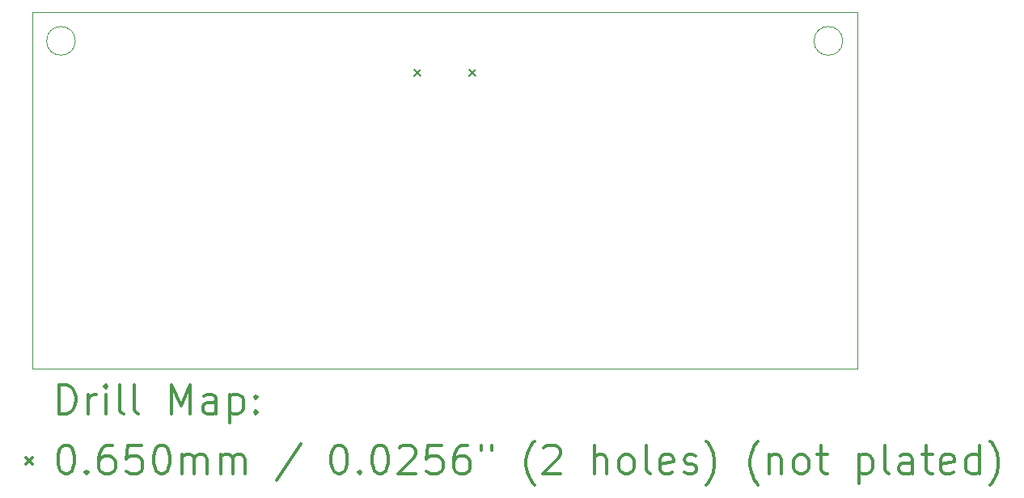
<source format=gbr>
%FSLAX45Y45*%
G04 Gerber Fmt 4.5, Leading zero omitted, Abs format (unit mm)*
G04 Created by KiCad (PCBNEW (5.1.12)-1) date 2024-01-22 15:17:32*
%MOMM*%
%LPD*%
G01*
G04 APERTURE LIST*
%TA.AperFunction,Profile*%
%ADD10C,0.050000*%
%TD*%
%ADD11C,0.200000*%
%ADD12C,0.300000*%
G04 APERTURE END LIST*
D10*
X11817000Y-8700000D02*
G75*
G03*
X11817000Y-8700000I-150000J0D01*
G01*
X19850000Y-8700000D02*
G75*
G03*
X19850000Y-8700000I-150000J0D01*
G01*
X20000000Y-12135600D02*
X20000000Y-8400000D01*
X11367000Y-8400000D02*
X20000000Y-8400000D01*
X11367000Y-12135600D02*
X11367000Y-8400000D01*
X20000000Y-12135600D02*
X11367000Y-12135600D01*
D11*
X15363300Y-8998500D02*
X15428300Y-9063500D01*
X15428300Y-8998500D02*
X15363300Y-9063500D01*
X15941300Y-8998500D02*
X16006300Y-9063500D01*
X16006300Y-8998500D02*
X15941300Y-9063500D01*
D12*
X11650928Y-12603814D02*
X11650928Y-12303814D01*
X11722357Y-12303814D01*
X11765214Y-12318100D01*
X11793786Y-12346671D01*
X11808071Y-12375243D01*
X11822357Y-12432386D01*
X11822357Y-12475243D01*
X11808071Y-12532386D01*
X11793786Y-12560957D01*
X11765214Y-12589529D01*
X11722357Y-12603814D01*
X11650928Y-12603814D01*
X11950928Y-12603814D02*
X11950928Y-12403814D01*
X11950928Y-12460957D02*
X11965214Y-12432386D01*
X11979500Y-12418100D01*
X12008071Y-12403814D01*
X12036643Y-12403814D01*
X12136643Y-12603814D02*
X12136643Y-12403814D01*
X12136643Y-12303814D02*
X12122357Y-12318100D01*
X12136643Y-12332386D01*
X12150928Y-12318100D01*
X12136643Y-12303814D01*
X12136643Y-12332386D01*
X12322357Y-12603814D02*
X12293786Y-12589529D01*
X12279500Y-12560957D01*
X12279500Y-12303814D01*
X12479500Y-12603814D02*
X12450928Y-12589529D01*
X12436643Y-12560957D01*
X12436643Y-12303814D01*
X12822357Y-12603814D02*
X12822357Y-12303814D01*
X12922357Y-12518100D01*
X13022357Y-12303814D01*
X13022357Y-12603814D01*
X13293786Y-12603814D02*
X13293786Y-12446671D01*
X13279500Y-12418100D01*
X13250928Y-12403814D01*
X13193786Y-12403814D01*
X13165214Y-12418100D01*
X13293786Y-12589529D02*
X13265214Y-12603814D01*
X13193786Y-12603814D01*
X13165214Y-12589529D01*
X13150928Y-12560957D01*
X13150928Y-12532386D01*
X13165214Y-12503814D01*
X13193786Y-12489529D01*
X13265214Y-12489529D01*
X13293786Y-12475243D01*
X13436643Y-12403814D02*
X13436643Y-12703814D01*
X13436643Y-12418100D02*
X13465214Y-12403814D01*
X13522357Y-12403814D01*
X13550928Y-12418100D01*
X13565214Y-12432386D01*
X13579500Y-12460957D01*
X13579500Y-12546671D01*
X13565214Y-12575243D01*
X13550928Y-12589529D01*
X13522357Y-12603814D01*
X13465214Y-12603814D01*
X13436643Y-12589529D01*
X13708071Y-12575243D02*
X13722357Y-12589529D01*
X13708071Y-12603814D01*
X13693786Y-12589529D01*
X13708071Y-12575243D01*
X13708071Y-12603814D01*
X13708071Y-12418100D02*
X13722357Y-12432386D01*
X13708071Y-12446671D01*
X13693786Y-12432386D01*
X13708071Y-12418100D01*
X13708071Y-12446671D01*
X11299500Y-13065600D02*
X11364500Y-13130600D01*
X11364500Y-13065600D02*
X11299500Y-13130600D01*
X11708071Y-12933814D02*
X11736643Y-12933814D01*
X11765214Y-12948100D01*
X11779500Y-12962386D01*
X11793786Y-12990957D01*
X11808071Y-13048100D01*
X11808071Y-13119529D01*
X11793786Y-13176671D01*
X11779500Y-13205243D01*
X11765214Y-13219529D01*
X11736643Y-13233814D01*
X11708071Y-13233814D01*
X11679500Y-13219529D01*
X11665214Y-13205243D01*
X11650928Y-13176671D01*
X11636643Y-13119529D01*
X11636643Y-13048100D01*
X11650928Y-12990957D01*
X11665214Y-12962386D01*
X11679500Y-12948100D01*
X11708071Y-12933814D01*
X11936643Y-13205243D02*
X11950928Y-13219529D01*
X11936643Y-13233814D01*
X11922357Y-13219529D01*
X11936643Y-13205243D01*
X11936643Y-13233814D01*
X12208071Y-12933814D02*
X12150928Y-12933814D01*
X12122357Y-12948100D01*
X12108071Y-12962386D01*
X12079500Y-13005243D01*
X12065214Y-13062386D01*
X12065214Y-13176671D01*
X12079500Y-13205243D01*
X12093786Y-13219529D01*
X12122357Y-13233814D01*
X12179500Y-13233814D01*
X12208071Y-13219529D01*
X12222357Y-13205243D01*
X12236643Y-13176671D01*
X12236643Y-13105243D01*
X12222357Y-13076671D01*
X12208071Y-13062386D01*
X12179500Y-13048100D01*
X12122357Y-13048100D01*
X12093786Y-13062386D01*
X12079500Y-13076671D01*
X12065214Y-13105243D01*
X12508071Y-12933814D02*
X12365214Y-12933814D01*
X12350928Y-13076671D01*
X12365214Y-13062386D01*
X12393786Y-13048100D01*
X12465214Y-13048100D01*
X12493786Y-13062386D01*
X12508071Y-13076671D01*
X12522357Y-13105243D01*
X12522357Y-13176671D01*
X12508071Y-13205243D01*
X12493786Y-13219529D01*
X12465214Y-13233814D01*
X12393786Y-13233814D01*
X12365214Y-13219529D01*
X12350928Y-13205243D01*
X12708071Y-12933814D02*
X12736643Y-12933814D01*
X12765214Y-12948100D01*
X12779500Y-12962386D01*
X12793786Y-12990957D01*
X12808071Y-13048100D01*
X12808071Y-13119529D01*
X12793786Y-13176671D01*
X12779500Y-13205243D01*
X12765214Y-13219529D01*
X12736643Y-13233814D01*
X12708071Y-13233814D01*
X12679500Y-13219529D01*
X12665214Y-13205243D01*
X12650928Y-13176671D01*
X12636643Y-13119529D01*
X12636643Y-13048100D01*
X12650928Y-12990957D01*
X12665214Y-12962386D01*
X12679500Y-12948100D01*
X12708071Y-12933814D01*
X12936643Y-13233814D02*
X12936643Y-13033814D01*
X12936643Y-13062386D02*
X12950928Y-13048100D01*
X12979500Y-13033814D01*
X13022357Y-13033814D01*
X13050928Y-13048100D01*
X13065214Y-13076671D01*
X13065214Y-13233814D01*
X13065214Y-13076671D02*
X13079500Y-13048100D01*
X13108071Y-13033814D01*
X13150928Y-13033814D01*
X13179500Y-13048100D01*
X13193786Y-13076671D01*
X13193786Y-13233814D01*
X13336643Y-13233814D02*
X13336643Y-13033814D01*
X13336643Y-13062386D02*
X13350928Y-13048100D01*
X13379500Y-13033814D01*
X13422357Y-13033814D01*
X13450928Y-13048100D01*
X13465214Y-13076671D01*
X13465214Y-13233814D01*
X13465214Y-13076671D02*
X13479500Y-13048100D01*
X13508071Y-13033814D01*
X13550928Y-13033814D01*
X13579500Y-13048100D01*
X13593786Y-13076671D01*
X13593786Y-13233814D01*
X14179500Y-12919529D02*
X13922357Y-13305243D01*
X14565214Y-12933814D02*
X14593786Y-12933814D01*
X14622357Y-12948100D01*
X14636643Y-12962386D01*
X14650928Y-12990957D01*
X14665214Y-13048100D01*
X14665214Y-13119529D01*
X14650928Y-13176671D01*
X14636643Y-13205243D01*
X14622357Y-13219529D01*
X14593786Y-13233814D01*
X14565214Y-13233814D01*
X14536643Y-13219529D01*
X14522357Y-13205243D01*
X14508071Y-13176671D01*
X14493786Y-13119529D01*
X14493786Y-13048100D01*
X14508071Y-12990957D01*
X14522357Y-12962386D01*
X14536643Y-12948100D01*
X14565214Y-12933814D01*
X14793786Y-13205243D02*
X14808071Y-13219529D01*
X14793786Y-13233814D01*
X14779500Y-13219529D01*
X14793786Y-13205243D01*
X14793786Y-13233814D01*
X14993786Y-12933814D02*
X15022357Y-12933814D01*
X15050928Y-12948100D01*
X15065214Y-12962386D01*
X15079500Y-12990957D01*
X15093786Y-13048100D01*
X15093786Y-13119529D01*
X15079500Y-13176671D01*
X15065214Y-13205243D01*
X15050928Y-13219529D01*
X15022357Y-13233814D01*
X14993786Y-13233814D01*
X14965214Y-13219529D01*
X14950928Y-13205243D01*
X14936643Y-13176671D01*
X14922357Y-13119529D01*
X14922357Y-13048100D01*
X14936643Y-12990957D01*
X14950928Y-12962386D01*
X14965214Y-12948100D01*
X14993786Y-12933814D01*
X15208071Y-12962386D02*
X15222357Y-12948100D01*
X15250928Y-12933814D01*
X15322357Y-12933814D01*
X15350928Y-12948100D01*
X15365214Y-12962386D01*
X15379500Y-12990957D01*
X15379500Y-13019529D01*
X15365214Y-13062386D01*
X15193786Y-13233814D01*
X15379500Y-13233814D01*
X15650928Y-12933814D02*
X15508071Y-12933814D01*
X15493786Y-13076671D01*
X15508071Y-13062386D01*
X15536643Y-13048100D01*
X15608071Y-13048100D01*
X15636643Y-13062386D01*
X15650928Y-13076671D01*
X15665214Y-13105243D01*
X15665214Y-13176671D01*
X15650928Y-13205243D01*
X15636643Y-13219529D01*
X15608071Y-13233814D01*
X15536643Y-13233814D01*
X15508071Y-13219529D01*
X15493786Y-13205243D01*
X15922357Y-12933814D02*
X15865214Y-12933814D01*
X15836643Y-12948100D01*
X15822357Y-12962386D01*
X15793786Y-13005243D01*
X15779500Y-13062386D01*
X15779500Y-13176671D01*
X15793786Y-13205243D01*
X15808071Y-13219529D01*
X15836643Y-13233814D01*
X15893786Y-13233814D01*
X15922357Y-13219529D01*
X15936643Y-13205243D01*
X15950928Y-13176671D01*
X15950928Y-13105243D01*
X15936643Y-13076671D01*
X15922357Y-13062386D01*
X15893786Y-13048100D01*
X15836643Y-13048100D01*
X15808071Y-13062386D01*
X15793786Y-13076671D01*
X15779500Y-13105243D01*
X16065214Y-12933814D02*
X16065214Y-12990957D01*
X16179500Y-12933814D02*
X16179500Y-12990957D01*
X16622357Y-13348100D02*
X16608071Y-13333814D01*
X16579500Y-13290957D01*
X16565214Y-13262386D01*
X16550928Y-13219529D01*
X16536643Y-13148100D01*
X16536643Y-13090957D01*
X16550928Y-13019529D01*
X16565214Y-12976671D01*
X16579500Y-12948100D01*
X16608071Y-12905243D01*
X16622357Y-12890957D01*
X16722357Y-12962386D02*
X16736643Y-12948100D01*
X16765214Y-12933814D01*
X16836643Y-12933814D01*
X16865214Y-12948100D01*
X16879500Y-12962386D01*
X16893786Y-12990957D01*
X16893786Y-13019529D01*
X16879500Y-13062386D01*
X16708071Y-13233814D01*
X16893786Y-13233814D01*
X17250928Y-13233814D02*
X17250928Y-12933814D01*
X17379500Y-13233814D02*
X17379500Y-13076671D01*
X17365214Y-13048100D01*
X17336643Y-13033814D01*
X17293786Y-13033814D01*
X17265214Y-13048100D01*
X17250928Y-13062386D01*
X17565214Y-13233814D02*
X17536643Y-13219529D01*
X17522357Y-13205243D01*
X17508071Y-13176671D01*
X17508071Y-13090957D01*
X17522357Y-13062386D01*
X17536643Y-13048100D01*
X17565214Y-13033814D01*
X17608071Y-13033814D01*
X17636643Y-13048100D01*
X17650928Y-13062386D01*
X17665214Y-13090957D01*
X17665214Y-13176671D01*
X17650928Y-13205243D01*
X17636643Y-13219529D01*
X17608071Y-13233814D01*
X17565214Y-13233814D01*
X17836643Y-13233814D02*
X17808071Y-13219529D01*
X17793786Y-13190957D01*
X17793786Y-12933814D01*
X18065214Y-13219529D02*
X18036643Y-13233814D01*
X17979500Y-13233814D01*
X17950928Y-13219529D01*
X17936643Y-13190957D01*
X17936643Y-13076671D01*
X17950928Y-13048100D01*
X17979500Y-13033814D01*
X18036643Y-13033814D01*
X18065214Y-13048100D01*
X18079500Y-13076671D01*
X18079500Y-13105243D01*
X17936643Y-13133814D01*
X18193786Y-13219529D02*
X18222357Y-13233814D01*
X18279500Y-13233814D01*
X18308071Y-13219529D01*
X18322357Y-13190957D01*
X18322357Y-13176671D01*
X18308071Y-13148100D01*
X18279500Y-13133814D01*
X18236643Y-13133814D01*
X18208071Y-13119529D01*
X18193786Y-13090957D01*
X18193786Y-13076671D01*
X18208071Y-13048100D01*
X18236643Y-13033814D01*
X18279500Y-13033814D01*
X18308071Y-13048100D01*
X18422357Y-13348100D02*
X18436643Y-13333814D01*
X18465214Y-13290957D01*
X18479500Y-13262386D01*
X18493786Y-13219529D01*
X18508071Y-13148100D01*
X18508071Y-13090957D01*
X18493786Y-13019529D01*
X18479500Y-12976671D01*
X18465214Y-12948100D01*
X18436643Y-12905243D01*
X18422357Y-12890957D01*
X18965214Y-13348100D02*
X18950928Y-13333814D01*
X18922357Y-13290957D01*
X18908071Y-13262386D01*
X18893786Y-13219529D01*
X18879500Y-13148100D01*
X18879500Y-13090957D01*
X18893786Y-13019529D01*
X18908071Y-12976671D01*
X18922357Y-12948100D01*
X18950928Y-12905243D01*
X18965214Y-12890957D01*
X19079500Y-13033814D02*
X19079500Y-13233814D01*
X19079500Y-13062386D02*
X19093786Y-13048100D01*
X19122357Y-13033814D01*
X19165214Y-13033814D01*
X19193786Y-13048100D01*
X19208071Y-13076671D01*
X19208071Y-13233814D01*
X19393786Y-13233814D02*
X19365214Y-13219529D01*
X19350928Y-13205243D01*
X19336643Y-13176671D01*
X19336643Y-13090957D01*
X19350928Y-13062386D01*
X19365214Y-13048100D01*
X19393786Y-13033814D01*
X19436643Y-13033814D01*
X19465214Y-13048100D01*
X19479500Y-13062386D01*
X19493786Y-13090957D01*
X19493786Y-13176671D01*
X19479500Y-13205243D01*
X19465214Y-13219529D01*
X19436643Y-13233814D01*
X19393786Y-13233814D01*
X19579500Y-13033814D02*
X19693786Y-13033814D01*
X19622357Y-12933814D02*
X19622357Y-13190957D01*
X19636643Y-13219529D01*
X19665214Y-13233814D01*
X19693786Y-13233814D01*
X20022357Y-13033814D02*
X20022357Y-13333814D01*
X20022357Y-13048100D02*
X20050928Y-13033814D01*
X20108071Y-13033814D01*
X20136643Y-13048100D01*
X20150928Y-13062386D01*
X20165214Y-13090957D01*
X20165214Y-13176671D01*
X20150928Y-13205243D01*
X20136643Y-13219529D01*
X20108071Y-13233814D01*
X20050928Y-13233814D01*
X20022357Y-13219529D01*
X20336643Y-13233814D02*
X20308071Y-13219529D01*
X20293786Y-13190957D01*
X20293786Y-12933814D01*
X20579500Y-13233814D02*
X20579500Y-13076671D01*
X20565214Y-13048100D01*
X20536643Y-13033814D01*
X20479500Y-13033814D01*
X20450928Y-13048100D01*
X20579500Y-13219529D02*
X20550928Y-13233814D01*
X20479500Y-13233814D01*
X20450928Y-13219529D01*
X20436643Y-13190957D01*
X20436643Y-13162386D01*
X20450928Y-13133814D01*
X20479500Y-13119529D01*
X20550928Y-13119529D01*
X20579500Y-13105243D01*
X20679500Y-13033814D02*
X20793786Y-13033814D01*
X20722357Y-12933814D02*
X20722357Y-13190957D01*
X20736643Y-13219529D01*
X20765214Y-13233814D01*
X20793786Y-13233814D01*
X21008071Y-13219529D02*
X20979500Y-13233814D01*
X20922357Y-13233814D01*
X20893786Y-13219529D01*
X20879500Y-13190957D01*
X20879500Y-13076671D01*
X20893786Y-13048100D01*
X20922357Y-13033814D01*
X20979500Y-13033814D01*
X21008071Y-13048100D01*
X21022357Y-13076671D01*
X21022357Y-13105243D01*
X20879500Y-13133814D01*
X21279500Y-13233814D02*
X21279500Y-12933814D01*
X21279500Y-13219529D02*
X21250928Y-13233814D01*
X21193786Y-13233814D01*
X21165214Y-13219529D01*
X21150928Y-13205243D01*
X21136643Y-13176671D01*
X21136643Y-13090957D01*
X21150928Y-13062386D01*
X21165214Y-13048100D01*
X21193786Y-13033814D01*
X21250928Y-13033814D01*
X21279500Y-13048100D01*
X21393786Y-13348100D02*
X21408071Y-13333814D01*
X21436643Y-13290957D01*
X21450928Y-13262386D01*
X21465214Y-13219529D01*
X21479500Y-13148100D01*
X21479500Y-13090957D01*
X21465214Y-13019529D01*
X21450928Y-12976671D01*
X21436643Y-12948100D01*
X21408071Y-12905243D01*
X21393786Y-12890957D01*
M02*

</source>
